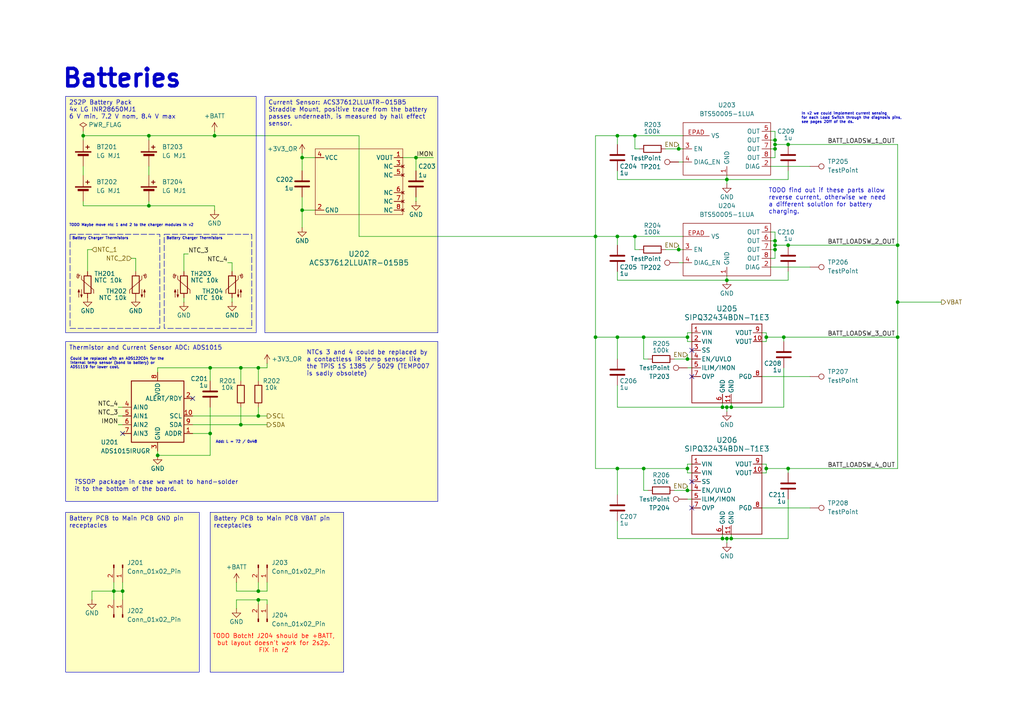
<source format=kicad_sch>
(kicad_sch (version 20250114) (generator "eeschema") (generator_version "9.0")
  (paper "A4")
  (title_block (title "bac EPS v1") (date "2024-09-30") (rev "1") (company "Build a CubeSat") (comment 1 "Manuel Imboden") (comment 2 "CC BY-SA 4.0") (comment 3 "https://buildacubesat.space"))
  (lib_symbols
    (symbol "Analog_ADC:ADS1015IDGS"
      (property "Reference" "U" (at 2.54 13.97 0))
      (property "Value" "ADS1015IDGS" (at 7.62 11.43 0))
      (symbol "ADS1015IDGS_0_1"
        (rectangle (start -7.62 10.16) (end 7.62 -7.62) (stroke (width 0.254)) (fill (type background)))
      )
      (symbol "ADS1015IDGS_1_1"
        (pin input line (at -10.16 2.54 0) (length 2.54) (name "AIN0") (number "4"))
        (pin input line (at -10.16 0 0) (length 2.54) (name "AIN1") (number "5"))
        (pin input line (at -10.16 -2.54 0) (length 2.54) (name "AIN2") (number "6"))
        (pin input line (at -10.16 -5.08 0) (length 2.54) (name "AIN3") (number "7"))
        (pin power_in line (at 0 12.7 270) (length 2.54) (name "VDD") (number "8"))
        (pin power_in line (at 0 -10.16 90) (length 2.54) (name "GND") (number "3"))
        (pin output line (at 10.16 5.08 180) (length 2.54) (name "ALERT/RDY") (number "2"))
        (pin input line (at 10.16 0 180) (length 2.54) (name "SCL") (number "10"))
        (pin bidirectional line (at 10.16 -2.54 180) (length 2.54) (name "SDA") (number "9"))
        (pin input line (at 10.16 -5.08 180) (length 2.54) (name "ADDR") (number "1"))
      )
    )
    (symbol "Connector:Conn_01x02_Pin" (pin_names (offset 1.016) (hide yes))
      (property "Reference" "J" (at 0 2.54 0))
      (property "Value" "Conn_01x02_Pin" (at 0 -5.08 0))
      (symbol "Conn_01x02_Pin_1_1"
        (rectangle (start 0.8636 0.127) (end 0 -0.127) (stroke (width 0.1524)) (fill (type outline)))
        (rectangle (start 0.8636 -2.413) (end 0 -2.667) (stroke (width 0.1524)) (fill (type outline)))
        (polyline (pts (xy 1.27 0) (xy 0.8636 0)) (stroke (width 0.1524)))
        (polyline (pts (xy 1.27 -2.54) (xy 0.8636 -2.54)) (stroke (width 0.1524)))
        (pin passive line (at 5.08 0 180) (length 3.81) (name "Pin_1") (number "1"))
        (pin passive line (at 5.08 -2.54 180) (length 3.81) (name "Pin_2") (number "2"))
      )
    )
    (symbol "Connector:TestPoint" (pin_numbers (hide yes)) (pin_names (offset 0.762) (hide yes))
      (property "Reference" "TP" (at 0 6.858 0))
      (property "Value" "TestPoint" (at 0 5.08 0))
      (symbol "TestPoint_0_1"
        (circle (center 0 3.302) (radius 0.762))
      )
      (symbol "TestPoint_1_1"
        (pin passive line (at 0 0 90) (length 2.54) (name "1") (number "1"))
      )
    )
    (symbol "Device:Battery_Cell" (pin_numbers (hide yes)) (pin_names (offset 0) (hide yes))
      (property "Reference" "BT" (at 2.54 2.54 0))
      (property "Value" "Battery_Cell" (at 2.54 0 0))
      (symbol "Battery_Cell_0_1"
        (rectangle (start -2.286 1.778) (end 2.286 1.524) (fill (type outline)))
        (rectangle (start -1.524 1.016) (end 1.524 0.508) (fill (type outline)))
        (polyline (pts (xy 0 1.778) (xy 0 2.54)))
        (polyline (pts (xy 0 0.762) (xy 0 0)))
        (polyline (pts (xy 0.762 3.048) (xy 1.778 3.048)) (stroke (width 0.254)))
        (polyline (pts (xy 1.27 3.556) (xy 1.27 2.54)) (stroke (width 0.254)))
      )
      (symbol "Battery_Cell_1_1"
        (pin passive line (at 0 5.08 270) (length 2.54) (name "+") (number "1"))
        (pin passive line (at 0 -2.54 90) (length 2.54) (name "-") (number "2"))
      )
    )
    (symbol "Device:C" (pin_numbers (hide yes)) (pin_names (offset 0.254))
      (property "Reference" "C" (at 0.635 2.54 0))
      (property "Value" "C" (at 0.635 -2.54 0))
      (symbol "C_0_1"
        (polyline (pts (xy -2.032 0.762) (xy 2.032 0.762)) (stroke (width 0.508)))
        (polyline (pts (xy -2.032 -0.762) (xy 2.032 -0.762)) (stroke (width 0.508)))
      )
      (symbol "C_1_1"
        (pin passive line (at 0 3.81 270) (length 2.794) (name "~") (number "1"))
        (pin passive line (at 0 -3.81 90) (length 2.794) (name "~") (number "2"))
      )
    )
    (symbol "Device:R" (pin_numbers (hide yes)) (pin_names (offset 0))
      (property "Reference" "R" (at 2.032 0 90))
      (property "Value" "R" (at 0 0 90))
      (symbol "R_0_1"
        (rectangle (start -1.016 -2.54) (end 1.016 2.54) (stroke (width 0.254)))
      )
      (symbol "R_1_1"
        (pin passive line (at 0 3.81 270) (length 1.27) (name "~") (number "1"))
        (pin passive line (at 0 -3.81 90) (length 1.27) (name "~") (number "2"))
      )
    )
    (symbol "Device:Thermistor_NTC" (pin_numbers (hide yes)) (pin_names (offset 0))
      (property "Reference" "TH" (at -4.445 0 90))
      (property "Value" "Thermistor_NTC" (at 3.175 0 90))
      (symbol "Thermistor_NTC_0_1"
        (arc (start -3.175 2.413) (mid -3.0506 2.3165) (end -3.048 2.159))
        (arc (start -3.048 2.794) (mid -2.9736 2.9736) (end -2.794 3.048))
        (arc (start -2.794 3.048) (mid -2.6144 2.9736) (end -2.54 2.794))
        (arc (start -2.794 2.54) (mid -2.9736 2.6144) (end -3.048 2.794))
        (arc (start -2.794 1.905) (mid -2.9736 1.9794) (end -3.048 2.159))
        (arc (start -2.54 2.159) (mid -2.6144 1.9794) (end -2.794 1.905))
        (arc (start -2.159 2.794) (mid -2.434 2.5608) (end -2.794 2.54))
        (polyline (pts (xy -2.54 2.159) (xy -2.54 2.794)))
        (polyline (pts (xy -2.54 -3.683) (xy -2.54 -1.397) (xy -2.794 -2.159) (xy -2.286 -2.159) (xy -2.54 -1.397) (xy -2.54 -1.651)) (fill (type outline)))
        (polyline (pts (xy -1.778 2.54) (xy -1.778 1.524) (xy 1.778 -1.524) (xy 1.778 -2.54)))
        (polyline (pts (xy -1.778 -1.397) (xy -1.778 -3.683) (xy -2.032 -2.921) (xy -1.524 -2.921) (xy -1.778 -3.683) (xy -1.778 -3.429)) (fill (type outline)))
        (rectangle (start -1.016 2.54) (end 1.016 -2.54) (stroke (width 0.254)))
      )
      (symbol "Thermistor_NTC_1_1"
        (pin passive line (at 0 3.81 270) (length 1.27) (name "~") (number "1"))
        (pin passive line (at 0 -3.81 90) (length 1.27) (name "~") (number "2"))
      )
    )
    (symbol "bac EPS v1:+3V3_OR" (power) (pin_numbers (hide yes)) (pin_names (offset 0) (hide yes))
      (property "Value" "+3V3_OR" (at -5.334 1.016 0))
      (symbol "+3V3_OR_0_1"
        (polyline (pts (xy -0.762 1.27) (xy 0 2.54)))
        (polyline (pts (xy 0 2.54) (xy 0.762 1.27)))
        (polyline (pts (xy 0 0) (xy 0 2.54)))
      )
      (symbol "+3V3_OR_1_1"
        (pin power_in line (at 0 0 90) (length 0) (name "~") (number "1"))
      )
    )
    (symbol "bac EPS v1:AL ACS37612LLUATR-015B5" (pin_names (offset 0.254))
      (property "Reference" "U" (at 0 13.97 0))
      (property "Value" "ACS37612LLUATR-015B5" (at 0 11.43 0))
      (symbol "AL ACS37612LLUATR-015B5_0_1"
        (polyline (pts (xy -12.7 10.16) (xy -12.7 -8.89)) (stroke (width 0.127)))
        (polyline (pts (xy -12.7 -8.89) (xy 12.7 -8.89)) (stroke (width 0.127)))
        (polyline (pts (xy 12.7 10.16) (xy -12.7 10.16)) (stroke (width 0.127)))
        (polyline (pts (xy 12.7 -8.89) (xy 12.7 10.16)) (stroke (width 0.127)))
        (pin power_in line (at -12.7 7.62 0) (length 2.54) (name "VCC") (number "4"))
        (pin power_in line (at -12.7 -7.62 0) (length 2.54) (name "GND") (number "2"))
        (pin output line (at 12.7 7.62 180) (length 2.54) (name "VOUT") (number "1"))
        (pin no_connect line (at 12.7 5.08 180) (length 2.54) (name "NC") (number "3"))
        (pin no_connect line (at 12.7 2.54 180) (length 2.54) (name "NC") (number "5"))
        (pin no_connect line (at 12.7 -2.54 180) (length 2.54) (name "NC") (number "6"))
        (pin no_connect line (at 12.7 -5.08 180) (length 2.54) (name "NC") (number "7"))
        (pin no_connect line (at 12.7 -7.62 180) (length 2.54) (name "NC") (number "8"))
      )
    )
    (symbol "bac EPS v1:INF BTS50005-1LUA"
      (property "Reference" "U" (at 0 11.43 0))
      (property "Value" "Infineon BTS50005-1LUA" (at 0.254 9.144 0))
      (symbol "INF BTS50005-1LUA_0_1"
        (rectangle (start -12.7 7.62) (end 12.7 -7.62))
      )
      (symbol "INF BTS50005-1LUA_1_1"
        (pin power_in line (at -12.7 3.81 0) (length 7.62) (name "VS") (number "EPAD"))
        (pin input line (at -12.7 0 0) (length 2.54) (name "EN") (number "3"))
        (pin input line (at -12.7 -3.81 0) (length 2.54) (name "DIAG_EN") (number "4"))
        (pin power_in line (at 0 -7.62 90) (length 2.54) (name "GND") (number "1"))
        (pin passive line (at 12.7 5.08 180) (length 2.54) (name "OUT") (number "5"))
        (pin passive line (at 12.7 2.54 180) (length 2.54) (name "OUT") (number "6"))
        (pin passive line (at 12.7 0 180) (length 2.54) (name "OUT") (number "7"))
        (pin passive line (at 12.7 -2.54 180) (length 2.54) (name "OUT") (number "8"))
        (pin output line (at 12.7 -5.08 180) (length 2.54) (name "DIAG") (number "2"))
      )
    )
    (symbol "bac EPS v1:VIS SIPQ32434BDN-T1E3" (pin_names (offset 0.254))
      (property "Reference" "U" (at 0 16.51 0))
      (property "Value" "VIS SIPQ32434BDN-T1E3" (at 0 13.97 0))
      (symbol "VIS SIPQ32434BDN-T1E3_0_1"
        (polyline (pts (xy -10.16 11.43) (xy -10.16 -11.43)) (stroke (width 0.2032)))
        (polyline (pts (xy -10.16 -11.43) (xy 10.16 -11.43)) (stroke (width 0.2032)))
        (polyline (pts (xy 10.16 11.43) (xy -10.16 11.43)) (stroke (width 0.2032)))
        (polyline (pts (xy 10.16 -11.43) (xy 10.16 11.43)) (stroke (width 0.2032)))
        (pin power_in line (at -10.16 8.89 0) (length 2.54) (name "VIN") (number "1"))
        (pin power_in line (at -10.16 6.35 0) (length 2.54) (name "VIN") (number "2"))
        (pin input line (at -10.16 3.81 0) (length 2.54) (name "SS") (number "3"))
        (pin input line (at -10.16 1.27 0) (length 2.54) (name "EN/UVLO") (number "4"))
        (pin input line (at -10.16 -1.27 0) (length 2.54) (name "ILIM/IMON") (number "5"))
        (pin input line (at -10.16 -3.81 0) (length 2.54) (name "OVP") (number "7"))
        (pin power_in line (at -1.27 -11.43 90) (length 2.54) (name "GND") (number "6"))
        (pin power_in line (at 1.27 -11.43 90) (length 2.54) (name "GND") (number "11"))
        (pin passive line (at 10.16 6.35 180) (length 2.54) (name "VOUT") (number "10"))
        (pin output line (at 10.16 -3.81 180) (length 2.54) (name "PGD") (number "8"))
      )
      (symbol "VIS SIPQ32434BDN-T1E3_1_1"
        (pin passive line (at 10.16 8.89 180) (length 2.54) (name "VOUT") (number "9"))
      )
    )
    (symbol "power:+BATT" (power) (pin_numbers (hide yes)) (pin_names (offset 0) (hide yes))
      (property "Value" "+BATT" (at 0 3.556 0))
      (symbol "+BATT_0_1"
        (polyline (pts (xy -0.762 1.27) (xy 0 2.54)))
        (polyline (pts (xy 0 2.54) (xy 0.762 1.27)))
        (polyline (pts (xy 0 0) (xy 0 2.54)))
      )
      (symbol "+BATT_1_1"
        (pin power_in line (at 0 0 90) (length 0) (name "~") (number "1"))
      )
    )
    (symbol "power:GND" (power) (pin_numbers (hide yes)) (pin_names (offset 0) (hide yes))
      (property "Value" "GND" (at 0 -3.81 0))
      (symbol "GND_0_1"
        (polyline (pts (xy 0 0) (xy 0 -1.27) (xy 1.27 -1.27) (xy 0 -2.54) (xy -1.27 -1.27) (xy 0 -1.27)))
      )
      (symbol "GND_1_1"
        (pin power_in line (at 0 0 270) (length 0) (name "~") (number "1"))
      )
    )
    (symbol "power:PWR_FLAG" (power) (pin_numbers (hide yes)) (pin_names (offset 0) (hide yes))
      (property "Value" "PWR_FLAG" (at 0 3.81 0))
      (symbol "PWR_FLAG_0_0"
        (pin power_out line (at 0 0 90) (length 0) (name "~") (number "1"))
      )
      (symbol "PWR_FLAG_0_1"
        (polyline (pts (xy 0 0) (xy 0 1.27) (xy -1.016 1.905) (xy 0 2.54) (xy 1.016 1.905) (xy 0 1.27)))
      )
    )
  )
  (text "NTCs 3 and 4 could be replaced by\na contactless IR temp sensor like\nthe TPiS 1S 1385 / 5029 (TEMP007\nis sadly obsolete)" (at 88.9 105.41 0) (effects (font (size 1.27 1.27)) (justify left)))
  (text "Batteries\n" (at 17.78 22.86 0) (effects (font (size 5.08 5.08) (thickness 1.016) (bold yes)) (justify left)))
  (text "Could be replaced with an ADS122C04 for the\ninternal temp sensor (bond to battery) or\nADS1119 for lower cost." (at 20.32 105.41 0) (effects (font (size 0.762 0.762)) (justify left)))
  (text "In v2 we could implement current sensing\nfor each Load Switch through the diagnosis pins,\nsee pages 20ff of the ds." (at 232.41 34.29 0) (effects (font (size 0.762 0.762)) (justify left)))
  (text "Add: L = 72 / 0x48" (at 68.58 128.27 0) (effects (font (size 0.762 0.762))))
  (text "TODO Botch! J204 should be +BATT,\nbut layout doesn't work for 2s2p.\nFIX in r2" (at 79.375 186.69 0) (effects (font (size 1.27 1.27))))
  (text "TSSOP package in case we wnat to hand-solder\nit to the bottom of the board." (at 21.59 140.97 0) (effects (font (size 1.27 1.27)) (justify left)))
  (text "TODO find out if these parts allow\nreverse current, otherwise we need \na different solution for battery\ncharging." (at 222.885 58.42 0) (effects (font (size 1.27 1.27)) (justify left)))
  (text "TODO Maybe move ntc 1 and 2 to the charger modules in v2" (at 38.1 65.405 0) (effects (font (size 0.762 0.762))))
  (text_box "Battery PCB to Main PCB GND pin receptacles" (at 19.05 148.59 0) (size 38.735 46.355) (margins 0.9525 0.9525 0.9525 0.9525) (fill (type color) (color 255 255 194 1)) (effects (font (size 1.27 1.27)) (justify left top)))
  (text_box "Thermistor and Current Sensor ADC: ADS1015" (at 19.05 99.06 0) (size 107.95 46.355) (margins 0.9525 0.9525 0.9525 0.9525) (fill (type color) (color 255 255 194 1)) (effects (font (size 1.27 1.27)) (justify left top)))
  (text_box "Battery Charger Thermistors" (at 20.32 67.945 0) (size 26.035 27.305) (margins 0.5715 0.5715 0.5715 0.5715) (stroke (width 0) (type dash)) (effects (font (size 0.762 0.762)) (justify left top)))
  (text_box "Battery PCB to Main PCB VBAT pin receptacles" (at 60.96 148.59 0) (size 38.735 46.355) (margins 0.9525 0.9525 0.9525 0.9525) (fill (type color) (color 255 255 194 1)) (effects (font (size 1.27 1.27)) (justify left top)))
  (text_box "Battery Charger Thermistors" (at 47.625 67.945 0) (size 25.4 27.305) (margins 0.5715 0.5715 0.5715 0.5715) (stroke (width 0) (type dash)) (effects (font (size 0.762 0.762)) (justify left top)))
  (text_box "2S2P Battery Pack\n4x LG INR28650MJ1\n6 V min, 7.2 V nom, 8.4 V max" (at 19.05 27.94 0) (size 55.245 68.58) (margins 0.9525 0.9525 0.9525 0.9525) (fill (type color) (color 255 255 194 1)) (effects (font (size 1.27 1.27)) (justify left top)))
  (text_box "Current Sensor: ACS37612LLUATR-015B5\nStraddle Mount, positive trace from the battery passes underneath, is measured by hall effect sensor." (at 76.835 27.94 0) (size 50.165 68.58) (margins 0.9525 0.9525 0.9525 0.9525) (fill (type color) (color 255 255 194 1)) (effects (font (size 1.27 1.27)) (justify left top)))
  (junction (at 228.6 41.91))
  (junction (at 224.79 69.85))
  (junction (at 228.6 71.12))
  (junction (at 199.39 97.79))
  (junction (at 212.09 156.21))
  (junction (at 210.82 52.07))
  (junction (at 87.63 45.72))
  (junction (at 43.18 59.69))
  (junction (at 199.39 104.14))
  (junction (at 186.69 135.89))
  (junction (at 69.85 106.68))
  (junction (at 74.93 120.65))
  (junction (at 210.82 156.21))
  (junction (at 179.07 39.37))
  (junction (at 260.35 71.12))
  (junction (at 179.07 97.79))
  (junction (at 199.39 135.89))
  (junction (at 74.93 171.45))
  (junction (at 196.85 43.18))
  (junction (at 199.39 142.24))
  (junction (at 186.69 97.79))
  (junction (at 224.79 40.64))
  (junction (at 210.82 81.28))
  (junction (at 209.55 118.11))
  (junction (at 209.55 156.21))
  (junction (at 62.23 39.37))
  (junction (at 224.79 71.12))
  (junction (at 120.65 45.72))
  (junction (at 172.72 97.79))
  (junction (at 227.33 97.79))
  (junction (at 45.72 132.08))
  (junction (at 43.18 39.37))
  (junction (at 224.79 72.39))
  (junction (at 222.25 135.89))
  (junction (at 74.93 173.99))
  (junction (at 224.79 43.18))
  (junction (at 184.15 39.37))
  (junction (at 172.72 68.58))
  (junction (at 35.56 171.45))
  (junction (at 210.82 118.11))
  (junction (at 212.09 118.11))
  (junction (at 69.85 123.19))
  (junction (at 179.07 135.89))
  (junction (at 196.85 72.39))
  (junction (at 184.15 68.58))
  (junction (at 260.35 97.79))
  (junction (at 260.35 87.63))
  (junction (at 228.6 135.89))
  (junction (at 60.96 125.73))
  (junction (at 60.96 106.68))
  (junction (at 24.13 39.37))
  (junction (at 224.79 41.91))
  (junction (at 74.93 106.68))
  (junction (at 222.25 97.79))
  (junction (at 87.63 60.96))
  (junction (at 33.02 171.45))
  (junction (at 179.07 68.58))
  (no_connect (at 55.88 115.57))
  (no_connect (at 200.66 139.7))
  (no_connect (at 200.66 109.22))
  (no_connect (at 200.66 147.32))
  (no_connect (at 35.56 125.73))
  (no_connect (at 200.66 101.6))
  (wire (pts (xy 212.09 154.94) (xy 212.09 156.21)))
  (wire (pts (xy 45.72 132.08) (xy 60.96 132.08)))
  (wire (pts (xy 196.85 72.39) (xy 198.12 72.39)))
  (wire (pts (xy 179.07 39.37) (xy 172.72 39.37)))
  (wire (pts (xy 87.63 60.96) (xy 87.63 66.04)))
  (wire (pts (xy 68.58 173.99) (xy 74.93 173.99)))
  (wire (pts (xy 193.04 43.18) (xy 196.85 43.18)))
  (wire (pts (xy 179.07 52.07) (xy 210.82 52.07)))
  (wire (pts (xy 196.85 43.18) (xy 198.12 43.18)))
  (wire (pts (xy 35.56 168.91) (xy 35.56 171.45)))
  (wire (pts (xy 222.25 96.52) (xy 222.25 97.79)))
  (wire (pts (xy 228.6 81.28) (xy 228.6 78.74)))
  (wire (pts (xy 228.6 71.12) (xy 260.35 71.12)))
  (wire (pts (xy 195.58 142.24) (xy 199.39 142.24)))
  (wire (pts (xy 184.15 72.39) (xy 185.42 72.39)))
  (wire (pts (xy 69.85 123.19) (xy 77.47 123.19)))
  (wire (pts (xy 87.63 57.15) (xy 87.63 60.96)))
  (wire (pts (xy 222.25 135.89) (xy 222.25 137.16)))
  (wire (pts (xy 69.85 106.68) (xy 74.93 106.68)))
  (wire (pts (xy 179.07 97.79) (xy 186.69 97.79)))
  (wire (pts (xy 224.79 40.64) (xy 224.79 41.91)))
  (wire (pts (xy 68.58 176.53) (xy 68.58 173.99)))
  (wire (pts (xy 228.6 135.89) (xy 228.6 137.16)))
  (wire (pts (xy 200.66 134.62) (xy 199.39 134.62)))
  (wire (pts (xy 24.13 59.69) (xy 43.18 59.69)))
  (wire (pts (xy 77.47 175.26) (xy 77.47 173.99)))
  (wire (pts (xy 179.07 111.76) (xy 179.07 118.11)))
  (wire (pts (xy 172.72 68.58) (xy 172.72 97.79)))
  (wire (pts (xy 62.23 59.69) (xy 43.18 59.69)))
  (wire (pts (xy 186.69 97.79) (xy 186.69 104.14)))
  (wire (pts (xy 186.69 97.79) (xy 199.39 97.79)))
  (wire (pts (xy 199.39 137.16) (xy 200.66 137.16)))
  (wire (pts (xy 179.07 68.58) (xy 179.07 71.12)))
  (wire (pts (xy 179.07 118.11) (xy 209.55 118.11)))
  (wire (pts (xy 24.13 38.1) (xy 24.13 39.37)))
  (wire (pts (xy 179.07 78.74) (xy 179.07 81.28)))
  (wire (pts (xy 172.72 97.79) (xy 172.72 135.89)))
  (wire (pts (xy 210.82 118.11) (xy 209.55 118.11)))
  (wire (pts (xy 199.39 97.79) (xy 199.39 99.06)))
  (wire (pts (xy 179.07 135.89) (xy 186.69 135.89)))
  (wire (pts (xy 199.39 106.68) (xy 200.66 106.68)))
  (wire (pts (xy 62.23 59.69) (xy 62.23 60.96)))
  (wire (pts (xy 195.58 104.14) (xy 199.39 104.14)))
  (wire (pts (xy 179.07 39.37) (xy 179.07 41.91)))
  (wire (pts (xy 43.18 39.37) (xy 62.23 39.37)))
  (wire (pts (xy 26.67 171.45) (xy 26.67 173.99)))
  (wire (pts (xy 77.47 173.99) (xy 74.93 173.99)))
  (wire (pts (xy 74.93 171.45) (xy 77.47 171.45)))
  (wire (pts (xy 212.09 116.84) (xy 212.09 118.11)))
  (wire (pts (xy 35.56 171.45) (xy 35.56 173.99)))
  (wire (pts (xy 199.39 96.52) (xy 199.39 97.79)))
  (wire (pts (xy 179.07 151.13) (xy 179.07 156.21)))
  (wire (pts (xy 33.02 171.45) (xy 35.56 171.45)))
  (wire (pts (xy 222.25 97.79) (xy 227.33 97.79)))
  (wire (pts (xy 193.04 72.39) (xy 196.85 72.39)))
  (wire (pts (xy 228.6 156.21) (xy 228.6 144.78)))
  (wire (pts (xy 172.72 39.37) (xy 172.72 68.58)))
  (wire (pts (xy 212.09 118.11) (xy 227.33 118.11)))
  (wire (pts (xy 210.82 53.34) (xy 210.82 52.07)))
  (wire (pts (xy 227.33 97.79) (xy 227.33 99.06)))
  (wire (pts (xy 62.23 39.37) (xy 104.14 39.37)))
  (wire (pts (xy 223.52 72.39) (xy 224.79 72.39)))
  (wire (pts (xy 39.37 74.93) (xy 39.37 78.74)))
  (wire (pts (xy 45.72 106.68) (xy 60.96 106.68)))
  (wire (pts (xy 87.63 60.96) (xy 91.44 60.96)))
  (wire (pts (xy 186.69 135.89) (xy 199.39 135.89)))
  (wire (pts (xy 260.35 97.79) (xy 260.35 135.89)))
  (wire (pts (xy 199.39 102.87) (xy 199.39 104.14)))
  (wire (pts (xy 74.93 106.68) (xy 77.47 106.68)))
  (wire (pts (xy 222.25 97.79) (xy 222.25 99.06)))
  (wire (pts (xy 196.85 41.91) (xy 196.85 43.18)))
  (wire (pts (xy 222.25 137.16) (xy 220.98 137.16)))
  (wire (pts (xy 74.93 173.99) (xy 74.93 175.26)))
  (wire (pts (xy 34.29 118.11) (xy 35.56 118.11)))
  (wire (pts (xy 220.98 109.22) (xy 234.95 109.22)))
  (wire (pts (xy 62.23 38.1) (xy 62.23 39.37)))
  (wire (pts (xy 45.72 132.08) (xy 45.72 130.81)))
  (wire (pts (xy 38.1 74.93) (xy 39.37 74.93)))
  (wire (pts (xy 25.4 78.74) (xy 25.4 72.39)))
  (wire (pts (xy 220.98 147.32) (xy 234.95 147.32)))
  (wire (pts (xy 116.84 45.72) (xy 120.65 45.72)))
  (wire (pts (xy 224.79 41.91) (xy 224.79 43.18)))
  (wire (pts (xy 172.72 135.89) (xy 179.07 135.89)))
  (wire (pts (xy 120.65 45.72) (xy 120.65 49.53)))
  (wire (pts (xy 179.07 39.37) (xy 184.15 39.37)))
  (wire (pts (xy 53.34 78.74) (xy 53.34 73.66)))
  (wire (pts (xy 210.82 81.28) (xy 228.6 81.28)))
  (wire (pts (xy 74.93 171.45) (xy 68.58 171.45)))
  (wire (pts (xy 184.15 68.58) (xy 184.15 72.39)))
  (wire (pts (xy 196.85 46.99) (xy 198.12 46.99)))
  (wire (pts (xy 199.39 142.24) (xy 200.66 142.24)))
  (wire (pts (xy 179.07 135.89) (xy 179.07 143.51)))
  (wire (pts (xy 24.13 59.69) (xy 24.13 58.42)))
  (wire (pts (xy 227.33 97.79) (xy 260.35 97.79)))
  (wire (pts (xy 224.79 72.39) (xy 224.79 74.93)))
  (wire (pts (xy 179.07 81.28) (xy 210.82 81.28)))
  (wire (pts (xy 224.79 43.18) (xy 224.79 45.72)))
  (wire (pts (xy 45.72 106.68) (xy 45.72 107.95)))
  (wire (pts (xy 60.96 118.11) (xy 60.96 125.73)))
  (wire (pts (xy 69.85 106.68) (xy 69.85 110.49)))
  (wire (pts (xy 260.35 87.63) (xy 260.35 97.79)))
  (wire (pts (xy 184.15 43.18) (xy 185.42 43.18)))
  (wire (pts (xy 227.33 118.11) (xy 227.33 106.68)))
  (wire (pts (xy 224.79 45.72) (xy 223.52 45.72)))
  (wire (pts (xy 196.85 71.12) (xy 196.85 72.39)))
  (wire (pts (xy 179.07 49.53) (xy 179.07 52.07)))
  (wire (pts (xy 74.93 168.91) (xy 74.93 171.45)))
  (wire (pts (xy 179.07 68.58) (xy 184.15 68.58)))
  (wire (pts (xy 104.14 39.37) (xy 104.14 68.58)))
  (wire (pts (xy 24.13 39.37) (xy 24.13 40.64)))
  (wire (pts (xy 210.82 118.11) (xy 210.82 119.38)))
  (wire (pts (xy 74.93 118.11) (xy 74.93 120.65)))
  (wire (pts (xy 228.6 135.89) (xy 260.35 135.89)))
  (wire (pts (xy 260.35 87.63) (xy 273.05 87.63)))
  (wire (pts (xy 223.52 40.64) (xy 224.79 40.64)))
  (wire (pts (xy 210.82 52.07) (xy 210.82 50.8)))
  (wire (pts (xy 43.18 39.37) (xy 43.18 40.64)))
  (wire (pts (xy 53.34 73.66) (xy 54.61 73.66)))
  (wire (pts (xy 199.39 144.78) (xy 200.66 144.78)))
  (wire (pts (xy 220.98 96.52) (xy 222.25 96.52)))
  (wire (pts (xy 200.66 96.52) (xy 199.39 96.52)))
  (wire (pts (xy 186.69 135.89) (xy 186.69 142.24)))
  (wire (pts (xy 33.02 168.91) (xy 33.02 171.45)))
  (wire (pts (xy 184.15 68.58) (xy 198.12 68.58)))
  (wire (pts (xy 212.09 156.21) (xy 210.82 156.21)))
  (wire (pts (xy 87.63 45.72) (xy 87.63 49.53)))
  (wire (pts (xy 224.79 71.12) (xy 224.79 72.39)))
  (wire (pts (xy 209.55 154.94) (xy 209.55 156.21)))
  (wire (pts (xy 87.63 44.45) (xy 87.63 45.72)))
  (wire (pts (xy 33.02 171.45) (xy 33.02 173.99)))
  (wire (pts (xy 223.52 43.18) (xy 224.79 43.18)))
  (wire (pts (xy 212.09 156.21) (xy 228.6 156.21)))
  (wire (pts (xy 210.82 52.07) (xy 228.6 52.07)))
  (wire (pts (xy 199.39 99.06) (xy 200.66 99.06)))
  (wire (pts (xy 184.15 39.37) (xy 184.15 43.18)))
  (wire (pts (xy 199.39 104.14) (xy 200.66 104.14)))
  (wire (pts (xy 25.4 72.39) (xy 26.67 72.39)))
  (wire (pts (xy 60.96 106.68) (xy 69.85 106.68)))
  (wire (pts (xy 223.52 67.31) (xy 224.79 67.31)))
  (wire (pts (xy 104.14 68.58) (xy 172.72 68.58)))
  (wire (pts (xy 55.88 125.73) (xy 60.96 125.73)))
  (wire (pts (xy 224.79 38.1) (xy 224.79 40.64)))
  (wire (pts (xy 55.88 123.19) (xy 69.85 123.19)))
  (wire (pts (xy 210.82 156.21) (xy 210.82 157.48)))
  (wire (pts (xy 172.72 97.79) (xy 179.07 97.79)))
  (wire (pts (xy 222.25 134.62) (xy 222.25 135.89)))
  (wire (pts (xy 223.52 69.85) (xy 224.79 69.85)))
  (wire (pts (xy 60.96 125.73) (xy 60.96 132.08)))
  (wire (pts (xy 34.29 123.19) (xy 35.56 123.19)))
  (wire (pts (xy 196.85 76.2) (xy 198.12 76.2)))
  (wire (pts (xy 120.65 58.42) (xy 120.65 57.15)))
  (wire (pts (xy 34.29 120.65) (xy 35.56 120.65)))
  (wire (pts (xy 220.98 134.62) (xy 222.25 134.62)))
  (wire (pts (xy 260.35 41.91) (xy 260.35 71.12)))
  (wire (pts (xy 67.31 87.63) (xy 67.31 86.36)))
  (wire (pts (xy 60.96 106.68) (xy 60.96 110.49)))
  (wire (pts (xy 120.65 45.72) (xy 125.73 45.72)))
  (wire (pts (xy 199.39 134.62) (xy 199.39 135.89)))
  (wire (pts (xy 224.79 71.12) (xy 228.6 71.12)))
  (wire (pts (xy 77.47 168.91) (xy 77.47 171.45)))
  (wire (pts (xy 199.39 140.97) (xy 199.39 142.24)))
  (wire (pts (xy 187.96 104.14) (xy 186.69 104.14)))
  (wire (pts (xy 224.79 41.91) (xy 228.6 41.91)))
  (wire (pts (xy 55.88 120.65) (xy 74.93 120.65)))
  (wire (pts (xy 69.85 118.11) (xy 69.85 123.19)))
  (wire (pts (xy 223.52 38.1) (xy 224.79 38.1)))
  (wire (pts (xy 179.07 97.79) (xy 179.07 104.14)))
  (wire (pts (xy 179.07 156.21) (xy 209.55 156.21)))
  (wire (pts (xy 53.34 87.63) (xy 53.34 86.36)))
  (wire (pts (xy 222.25 135.89) (xy 228.6 135.89)))
  (wire (pts (xy 224.79 74.93) (xy 223.52 74.93)))
  (wire (pts (xy 67.31 76.2) (xy 67.31 78.74)))
  (wire (pts (xy 66.04 76.2) (xy 67.31 76.2)))
  (wire (pts (xy 199.39 135.89) (xy 199.39 137.16)))
  (wire (pts (xy 209.55 116.84) (xy 209.55 118.11)))
  (wire (pts (xy 24.13 48.26) (xy 24.13 50.8)))
  (wire (pts (xy 77.47 106.68) (xy 77.47 105.41)))
  (wire (pts (xy 33.02 171.45) (xy 26.67 171.45)))
  (wire (pts (xy 228.6 41.91) (xy 260.35 41.91)))
  (wire (pts (xy 224.79 69.85) (xy 224.79 71.12)))
  (wire (pts (xy 74.93 106.68) (xy 74.93 110.49)))
  (wire (pts (xy 260.35 71.12) (xy 260.35 87.63)))
  (wire (pts (xy 209.55 156.21) (xy 210.82 156.21)))
  (wire (pts (xy 223.52 48.26) (xy 234.95 48.26)))
  (wire (pts (xy 210.82 81.28) (xy 210.82 80.01)))
  (wire (pts (xy 210.82 118.11) (xy 212.09 118.11)))
  (wire (pts (xy 228.6 52.07) (xy 228.6 49.53)))
  (wire (pts (xy 223.52 77.47) (xy 234.95 77.47)))
  (wire (pts (xy 74.93 120.65) (xy 77.47 120.65)))
  (wire (pts (xy 24.13 39.37) (xy 43.18 39.37)))
  (wire (pts (xy 184.15 39.37) (xy 198.12 39.37)))
  (wire (pts (xy 43.18 59.69) (xy 43.18 58.42)))
  (wire (pts (xy 43.18 48.26) (xy 43.18 50.8)))
  (wire (pts (xy 172.72 68.58) (xy 179.07 68.58)))
  (wire (pts (xy 91.44 45.72) (xy 87.63 45.72)))
  (wire (pts (xy 187.96 142.24) (xy 186.69 142.24)))
  (wire (pts (xy 68.58 168.91) (xy 68.58 171.45)))
  (wire (pts (xy 224.79 67.31) (xy 224.79 69.85)))
  (wire (pts (xy 222.25 99.06) (xy 220.98 99.06)))
  (label "NTC_4" (at 34.29 118.11 180))
  (label "NTC_3" (at 54.61 73.66 0))
  (label "BATT_LOADSW_2_OUT" (at 240.03 71.12 0))
  (label "BATT_LOADSW_3_OUT" (at 240.03 97.79 0))
  (label "NTC_3" (at 34.29 120.65 180))
  (label "BATT_LOADSW_4_OUT" (at 240.03 135.89 0))
  (label "IMON" (at 34.29 123.19 180))
  (label "NTC_4" (at 66.04 76.2 180))
  (label "BATT_LOADSW_1_OUT" (at 240.03 41.91 0))
  (label "IMON" (at 125.73 45.72 180))
  (hierarchical_label "VBAT" (shape output) (at 273.05 87.63 0))
  (hierarchical_label "SCL" (shape output) (at 77.47 120.65 0))
  (hierarchical_label "EN" (shape input) (at 199.39 102.87 180))
  (hierarchical_label "EN" (shape input) (at 196.85 41.91 180))
  (hierarchical_label "EN" (shape input) (at 199.39 140.97 180))
  (hierarchical_label "SDA" (shape output) (at 77.47 123.19 0))
  (hierarchical_label "NTC_1" (shape input) (at 26.67 72.39 0))
  (hierarchical_label "EN" (shape input) (at 196.85 71.12 180))
  (hierarchical_label "NTC_2" (shape input) (at 38.1 74.93 180))
  (symbol (lib_id "Connector:Conn_01x02_Pin") (at 77.47 163.83 270) (unit 1)
    (property "Reference" "J203" (at 78.74 163.1949 90) (effects (justify left)))
    (property "Value" "Conn_01x02_Pin" (at 78.74 165.7349 90) (effects (justify left)))
    (property "Footprint" "bac EPS v1:Mill-Max-0630-0-15-15-30-27-10-0-PN-1x02-P2.54" (effects (hide yes)))
    (property "Description" "Generic connector, single row, 01x02, script generated" (effects (hide yes)))
  )
  (symbol (lib_id "Connector:TestPoint") (at 234.95 109.22 270) (unit 1)
    (property "Reference" "TP207" (at 240.03 107.823 90) (effects (justify left)))
    (property "Value" "TestPoint" (at 240.03 110.363 90) (effects (justify left)))
    (property "Footprint" "TestPoint:TestPoint_Pad_D1.0mm" (effects (hide yes)))
    (property "Description" "test point" (effects (hide yes)))
  )
  (symbol (lib_id "bac EPS v1:+3V3_OR") (at 87.63 44.45 0) (unit 1)
    (property "Reference" "#PWR0216" (effects (hide yes)))
    (property "Value" "+3V3_OR" (at 81.915 43.18 0))
    (property "Description" "Power symbol creates a global label with name \"+3V3\"" (effects (hide yes)))
  )
  (symbol (lib_id "power:GND") (at 67.31 87.63 0) (unit 1)
    (property "Reference" "#PWR0208" (effects (hide yes)))
    (property "Value" "GND" (at 67.31 91.44 0))
    (property "Description" "Power symbol creates a global label with name \"GND\" , ground" (effects (hide yes)))
  )
  (symbol (lib_id "power:GND") (at 39.37 86.36 0) (unit 1)
    (property "Reference" "#PWR0203" (effects (hide yes)))
    (property "Value" "GND" (at 39.37 90.17 0))
    (property "Description" "Power symbol creates a global label with name \"GND\" , ground" (effects (hide yes)))
  )
  (symbol (lib_id "bac EPS v1:INF BTS50005-1LUA") (at 210.82 43.18 0) (unit 1)
    (property "Reference" "U203" (at 210.82 30.48 0))
    (property "Value" "BTS50005-1LUA" (at 210.82 33.02 0))
    (property "Footprint" "bac EPS v1:INF-BTS50005-1LUA" (effects (hide yes)))
    (property "Datasheet" "https://www.infineon.com/dgdl/Infineon-BTS50005-1LUA-DataSheet-v01_01-EN.pdf?fileId=8ac78c8c85ecb3470186018c2d330997" (effects (hide yes)))
    (property "Description" "Power PROFET™ + 12V smart high-side power switch" (effects (hide yes)))
  )
  (symbol (lib_id "power:PWR_FLAG") (at 24.13 38.1 0) (unit 1)
    (property "Reference" "#FLG0201" (effects (hide yes)))
    (property "Value" "PWR_FLAG" (at 30.48 36.195 0))
    (property "Description" "Special symbol for telling ERC where power comes from" (effects (hide yes)))
  )
  (symbol (lib_id "power:GND") (at 120.65 58.42 0) (unit 1)
    (property "Reference" "#PWR0211" (effects (hide yes)))
    (property "Value" "GND" (at 120.65 62.23 0))
    (property "Description" "Power symbol creates a global label with name \"GND\" , ground" (effects (hide yes)))
  )
  (symbol (lib_id "bac EPS v1:AL ACS37612LLUATR-015B5") (at 104.14 53.34 0) (unit 1)
    (property "Reference" "U202" (at 104.14 73.66 0) (effects (font (size 1.524 1.524))))
    (property "Value" "ACS37612LLUATR-015B5" (at 104.14 76.2 0) (effects (font (size 1.524 1.524))))
    (property "Footprint" "bac EPS v1:AL-ACS37612LLUATR-010B3" (effects (hide yes)))
    (property "Datasheet" "https://www.allegromicro.com/-/media/files/datasheets/acs37612-datasheet.pdf" (effects (hide yes)))
    (property "Description" "oreless, High Precision, Hall-Effect Current Sensor IC  with Common-Mode Field Rejection and High Bandwidth (240 kHz)" (effects (hide yes)))
  )
  (symbol (lib_id "Device:Thermistor_NTC") (at 25.4 82.55 0) (unit 1)
    (property "Reference" "TH201" (at 27.305 79.375 0) (effects (justify left)))
    (property "Value" "NTC 10k" (at 27.305 81.28 0) (effects (justify left)))
    (property "Footprint" "bac EPS v1:Cantherm-MF52A1103F3380" (effects (hide yes)))
    (property "Description" "Temperature dependent resistor, negative temperature coefficient" (effects (hide yes)))
  )
  (symbol (lib_id "Device:C") (at 87.63 53.34 0) (mirror x) (unit 1)
    (property "Reference" "C202" (at 85.09 52.07 0) (effects (justify right)))
    (property "Value" "1u" (at 85.09 54.61 0) (effects (justify right)))
    (property "Footprint" "Capacitor_SMD:C_0603_1608Metric" (effects (hide yes)))
    (property "Description" "Unpolarized capacitor" (effects (hide yes)))
    (property "Package" "0603" (effects (hide yes)))
    (property "Temperature Coefficient" "X7R" (effects (hide yes)))
    (property "Tolerance" "10%" (effects (hide yes)))
    (property "Rated Voltage" "35V" (effects (hide yes)))
  )
  (symbol (lib_id "Device:C") (at 179.07 74.93 180) (unit 1)
    (property "Reference" "C205" (at 179.705 77.47 0) (effects (justify right)))
    (property "Value" "1u" (at 179.705 79.375 0) (effects (justify right)))
    (property "Footprint" "Capacitor_SMD:C_0603_1608Metric" (effects (hide yes)))
    (property "Description" "Unpolarized capacitor" (effects (hide yes)))
    (property "Package" "0603" (effects (hide yes)))
    (property "Temperature Coefficient" "X7R" (effects (hide yes)))
    (property "Tolerance" "10%" (effects (hide yes)))
    (property "Rated Voltage" "35V" (effects (hide yes)))
  )
  (symbol (lib_id "Device:C") (at 179.07 107.95 180) (unit 1)
    (property "Reference" "C206" (at 179.705 110.49 0) (effects (justify right)))
    (property "Value" "1u" (at 179.705 112.395 0) (effects (justify right)))
    (property "Footprint" "Capacitor_SMD:C_0603_1608Metric" (effects (hide yes)))
    (property "Description" "Unpolarized capacitor" (effects (hide yes)))
    (property "Package" "0603" (effects (hide yes)))
    (property "Temperature Coefficient" "X7R" (effects (hide yes)))
    (property "Tolerance" "10%" (effects (hide yes)))
    (property "Rated Voltage" "35V" (effects (hide yes)))
  )
  (symbol (lib_id "power:GND") (at 26.67 173.99 0) (unit 1)
    (property "Reference" "#PWR0202" (effects (hide yes)))
    (property "Value" "GND" (at 26.67 177.8 0))
    (property "Description" "Power symbol creates a global label with name \"GND\" , ground" (effects (hide yes)))
  )
  (symbol (lib_id "power:GND") (at 25.4 86.36 0) (unit 1)
    (property "Reference" "#PWR0201" (effects (hide yes)))
    (property "Value" "GND" (at 25.4 90.17 0))
    (property "Description" "Power symbol creates a global label with name \"GND\" , ground" (effects (hide yes)))
  )
  (symbol (lib_id "Connector:TestPoint") (at 199.39 106.68 90) (unit 1)
    (property "Reference" "TP203" (at 194.31 109.22 90) (effects (justify left)))
    (property "Value" "TestPoint" (at 194.31 106.68 90) (effects (justify left)))
    (property "Footprint" "TestPoint:TestPoint_Pad_D1.0mm" (effects (hide yes)))
    (property "Description" "test point" (effects (hide yes)))
  )
  (symbol (lib_id "Device:R") (at 191.77 142.24 270) (unit 1)
    (property "Reference" "R206" (at 189.23 137.795 90) (effects (justify left)))
    (property "Value" "100k" (at 189.23 139.7 90) (effects (justify left)))
    (property "Footprint" "Resistor_SMD:R_0603_1608Metric" (effects (hide yes)))
    (property "Description" "Resistor" (effects (hide yes)))
    (property "Package" "0603" (effects (hide yes)))
    (property "Tolerance" "10%" (effects (hide yes)))
    (property "Series" "E12" (effects (hide yes)))
  )
  (symbol (lib_id "power:GND") (at 210.82 119.38 0) (unit 1)
    (property "Reference" "#PWR0214" (effects (hide yes)))
    (property "Value" "GND" (at 210.82 123.19 0))
    (property "Description" "Power symbol creates a global label with name \"GND\" , ground" (effects (hide yes)))
  )
  (symbol (lib_id "power:+BATT") (at 62.23 38.1 0) (unit 1)
    (property "Reference" "#PWR0206" (effects (hide yes)))
    (property "Value" "+BATT" (at 62.23 33.655 0))
    (property "Description" "Power symbol creates a global label with name \"+BATT\"" (effects (hide yes)))
  )
  (symbol (lib_id "Analog_ADC:ADS1015IDGS") (at 45.72 120.65 0) (unit 1)
    (property "Reference" "U201" (at 29.21 128.27 0) (effects (justify left)))
    (property "Value" "ADS1015IRUGR" (at 29.21 130.81 0) (effects (justify left)))
    (property "Footprint" "Package_SO:TSSOP-10_3x3mm_P0.5mm" (effects (hide yes)))
    (property "Datasheet" "http://www.ti.com/lit/ds/symlink/ads1015.pdf" (effects (hide yes)))
    (property "Description" "Ultra-Small, Low-Power, I2C-Compatible, 3.3-kSPS, 12-Bit ADCs With Internal Reference, Oscillator, and Programmable Comparator, VSSOP-10" (effects (hide yes)))
  )
  (symbol (lib_id "Device:R") (at 189.23 43.18 270) (unit 1)
    (property "Reference" "R203" (at 186.69 36.195 90) (effects (justify left)))
    (property "Value" "100k" (at 186.69 38.1 90) (effects (justify left)))
    (property "Footprint" "Resistor_SMD:R_0603_1608Metric" (effects (hide yes)))
    (property "Description" "Resistor" (effects (hide yes)))
    (property "Package" "0603" (effects (hide yes)))
    (property "Tolerance" "10%" (effects (hide yes)))
    (property "Series" "E12" (effects (hide yes)))
  )
  (symbol (lib_id "Device:R") (at 189.23 72.39 270) (unit 1)
    (property "Reference" "R204" (at 186.69 65.405 90) (effects (justify left)))
    (property "Value" "100k" (at 186.69 67.31 90) (effects (justify left)))
    (property "Footprint" "Resistor_SMD:R_0603_1608Metric" (effects (hide yes)))
    (property "Description" "Resistor" (effects (hide yes)))
    (property "Package" "0603" (effects (hide yes)))
    (property "Tolerance" "10%" (effects (hide yes)))
    (property "Series" "E12" (effects (hide yes)))
  )
  (symbol (lib_id "Device:C") (at 228.6 74.93 0) (mirror x) (unit 1)
    (property "Reference" "C210" (at 230.505 67.31 0) (effects (justify right)))
    (property "Value" "1u" (at 229.87 69.215 0) (effects (justify right)))
    (property "Footprint" "Capacitor_SMD:C_0603_1608Metric" (effects (hide yes)))
    (property "Description" "Unpolarized capacitor" (effects (hide yes)))
    (property "Package" "0603" (effects (hide yes)))
    (property "Temperature Coefficient" "X7R" (effects (hide yes)))
    (property "Tolerance" "10%" (effects (hide yes)))
    (property "Rated Voltage" "35V" (effects (hide yes)))
  )
  (symbol (lib_id "Device:Battery_Cell") (at 43.18 45.72 0) (unit 1) (in_bom no) (on_board no)
    (property "Reference" "BT203" (at 46.99 42.6084 0) (effects (justify left)))
    (property "Value" "LG MJ1" (at 46.99 45.1484 0) (effects (justify left)))
    (property "Description" "Single-cell battery" (effects (hide yes)))
    (property "Package" "18650" (effects (hide yes)))
  )
  (symbol (lib_id "power:+BATT") (at 68.58 168.91 0) (unit 1)
    (property "Reference" "#PWR0209" (effects (hide yes)))
    (property "Value" "+BATT" (at 68.58 164.465 0))
    (property "Description" "Power symbol creates a global label with name \"+BATT\"" (effects (hide yes)))
  )
  (symbol (lib_id "Device:C") (at 227.33 102.87 0) (mirror x) (unit 1)
    (property "Reference" "C208" (at 226.695 105.41 0) (effects (justify right)))
    (property "Value" "1u" (at 226.695 107.315 0) (effects (justify right)))
    (property "Footprint" "Capacitor_SMD:C_0603_1608Metric" (effects (hide yes)))
    (property "Description" "Unpolarized capacitor" (effects (hide yes)))
    (property "Package" "0603" (effects (hide yes)))
    (property "Temperature Coefficient" "X7R" (effects (hide yes)))
    (property "Tolerance" "10%" (effects (hide yes)))
    (property "Rated Voltage" "35V" (effects (hide yes)))
  )
  (symbol (lib_id "Device:Thermistor_NTC") (at 67.31 82.55 0) (mirror y) (unit 1)
    (property "Reference" "TH204" (at 64.77 84.455 0) (effects (justify left)))
    (property "Value" "NTC 10k" (at 64.77 86.36 0) (effects (justify left)))
    (property "Footprint" "bac EPS v1:Cantherm-MF52A1103F3380" (effects (hide yes)))
    (property "Description" "Temperature dependent resistor, negative temperature coefficient" (effects (hide yes)))
  )
  (symbol (lib_id "Device:C") (at 228.6 45.72 0) (mirror x) (unit 1)
    (property "Reference" "C209" (at 230.505 38.1 0) (effects (justify right)))
    (property "Value" "1u" (at 229.87 40.005 0) (effects (justify right)))
    (property "Footprint" "Capacitor_SMD:C_0603_1608Metric" (effects (hide yes)))
    (property "Description" "Unpolarized capacitor" (effects (hide yes)))
    (property "Package" "0603" (effects (hide yes)))
    (property "Temperature Coefficient" "X7R" (effects (hide yes)))
    (property "Tolerance" "10%" (effects (hide yes)))
    (property "Rated Voltage" "35V" (effects (hide yes)))
  )
  (symbol (lib_id "bac EPS v1:VIS SIPQ32434BDN-T1E3") (at 210.82 143.51 0) (unit 1)
    (property "Reference" "U206" (at 210.82 127.635 0) (effects (font (size 1.524 1.524))))
    (property "Value" "SIPQ32434BDN-T1E3" (at 210.82 130.175 0) (effects (font (size 1.524 1.524))))
    (property "Footprint" "bac EPS v1:VIS-SIPQ32434BDN-T1E3" (effects (hide yes)))
    (property "Datasheet" "https://www.vishay.com/docs/62036/sipq32434.pdf" (effects (hide yes)))
    (property "Description" "6 A, 33 m, 2.8 V to 22 V eFuse With Accurate Current Limit and Programmable OVP" (effects (hide yes)))
  )
  (symbol (lib_id "Device:R") (at 191.77 104.14 270) (unit 1)
    (property "Reference" "R205" (at 189.23 99.695 90) (effects (justify left)))
    (property "Value" "100k" (at 189.23 101.6 90) (effects (justify left)))
    (property "Footprint" "Resistor_SMD:R_0603_1608Metric" (effects (hide yes)))
    (property "Description" "Resistor" (effects (hide yes)))
    (property "Package" "0603" (effects (hide yes)))
    (property "Tolerance" "10%" (effects (hide yes)))
    (property "Series" "E12" (effects (hide yes)))
  )
  (symbol (lib_id "Device:Battery_Cell") (at 24.13 45.72 0) (unit 1) (in_bom no) (on_board no)
    (property "Reference" "BT201" (at 27.94 42.6084 0) (effects (justify left)))
    (property "Value" "LG MJ1" (at 27.94 45.1484 0) (effects (justify left)))
    (property "Description" "Single-cell battery" (effects (hide yes)))
    (property "Package" "18650" (effects (hide yes)))
  )
  (symbol (lib_id "Device:R") (at 69.85 114.3 0) (unit 1)
    (property "Reference" "R201" (at 63.5 110.49 0) (effects (justify left)))
    (property "Value" "10k" (at 64.135 112.395 0) (effects (justify left)))
    (property "Footprint" "Resistor_SMD:R_0603_1608Metric" (effects (hide yes)))
    (property "Description" "Resistor" (effects (hide yes)))
    (property "Package" "0603" (effects (hide yes)))
    (property "Tolerance" "5%" (effects (hide yes)))
    (property "Series" "E24" (effects (hide yes)))
  )
  (symbol (lib_id "Connector:TestPoint") (at 234.95 77.47 270) (unit 1)
    (property "Reference" "TP206" (at 240.03 76.073 90) (effects (justify left)))
    (property "Value" "TestPoint" (at 240.03 78.613 90) (effects (justify left)))
    (property "Footprint" "TestPoint:TestPoint_Pad_D1.0mm" (effects (hide yes)))
    (property "Description" "test point" (effects (hide yes)))
  )
  (symbol (lib_id "power:GND") (at 210.82 53.34 0) (unit 1)
    (property "Reference" "#PWR0212" (effects (hide yes)))
    (property "Value" "GND" (at 210.82 57.15 0))
    (property "Description" "Power symbol creates a global label with name \"GND\" , ground" (effects (hide yes)))
  )
  (symbol (lib_id "Device:C") (at 120.65 53.34 180) (unit 1)
    (property "Reference" "C203" (at 121.285 48.26 0) (effects (justify right)))
    (property "Value" "1u" (at 121.285 50.8 0) (effects (justify right)))
    (property "Footprint" "Capacitor_SMD:C_0603_1608Metric" (effects (hide yes)))
    (property "Description" "Unpolarized capacitor" (effects (hide yes)))
    (property "Package" "0603" (effects (hide yes)))
    (property "Temperature Coefficient" "X7R" (effects (hide yes)))
    (property "Tolerance" "10%" (effects (hide yes)))
    (property "Rated Voltage" "35V" (effects (hide yes)))
  )
  (symbol (lib_id "Connector:Conn_01x02_Pin") (at 77.47 180.34 270) (mirror x) (unit 1)
    (property "Reference" "J204" (at 78.74 178.435 90) (effects (justify left)))
    (property "Value" "Conn_01x02_Pin" (at 78.74 180.975 90) (effects (justify left)))
    (property "Footprint" "bac EPS v1:Mill-Max-0630-0-15-15-30-27-10-0-PN-1x02-P2.54" (effects (hide yes)))
    (property "Description" "Generic connector, single row, 01x02, script generated" (effects (hide yes)))
  )
  (symbol (lib_id "Connector:TestPoint") (at 196.85 76.2 90) (unit 1)
    (property "Reference" "TP202" (at 191.77 77.597 90) (effects (justify left)))
    (property "Value" "TestPoint" (at 191.77 75.057 90) (effects (justify left)))
    (property "Footprint" "TestPoint:TestPoint_Pad_D1.0mm" (effects (hide yes)))
    (property "Description" "test point" (effects (hide yes)))
  )
  (symbol (lib_id "power:GND") (at 87.63 66.04 0) (unit 1)
    (property "Reference" "#PWR0210" (effects (hide yes)))
    (property "Value" "GND" (at 87.63 69.85 0))
    (property "Description" "Power symbol creates a global label with name \"GND\" , ground" (effects (hide yes)))
  )
  (symbol (lib_id "Connector:TestPoint") (at 196.85 46.99 90) (unit 1)
    (property "Reference" "TP201" (at 191.77 48.387 90) (effects (justify left)))
    (property "Value" "TestPoint" (at 191.77 45.847 90) (effects (justify left)))
    (property "Footprint" "TestPoint:TestPoint_Pad_D1.0mm" (effects (hide yes)))
    (property "Description" "test point" (effects (hide yes)))
  )
  (symbol (lib_id "Device:Thermistor_NTC") (at 53.34 82.55 0) (unit 1)
    (property "Reference" "TH203" (at 55.245 79.375 0) (effects (justify left)))
    (property "Value" "NTC 10k" (at 55.245 81.28 0) (effects (justify left)))
    (property "Footprint" "bac EPS v1:Cantherm-MF52A1103F3380" (effects (hide yes)))
    (property "Description" "Temperature dependent resistor, negative temperature coefficient" (effects (hide yes)))
  )
  (symbol (lib_id "Device:R") (at 74.93 114.3 0) (unit 1)
    (property "Reference" "R202" (at 76.2 110.49 0) (effects (justify left)))
    (property "Value" "10k" (at 76.835 112.395 0) (effects (justify left)))
    (property "Footprint" "Resistor_SMD:R_0603_1608Metric" (effects (hide yes)))
    (property "Description" "Resistor" (effects (hide yes)))
    (property "Package" "0603" (effects (hide yes)))
    (property "Tolerance" "5%" (effects (hide yes)))
    (property "Series" "E24" (effects (hide yes)))
  )
  (symbol (lib_id "Device:Thermistor_NTC") (at 39.37 82.55 0) (mirror y) (unit 1)
    (property "Reference" "TH202" (at 36.83 84.455 0) (effects (justify left)))
    (property "Value" "NTC 10k" (at 36.83 86.36 0) (effects (justify left)))
    (property "Footprint" "bac EPS v1:Cantherm-MF52A1103F3380" (effects (hide yes)))
    (property "Description" "Temperature dependent resistor, negative temperature coefficient" (effects (hide yes)))
  )
  (symbol (lib_id "Connector:TestPoint") (at 234.95 147.32 270) (unit 1)
    (property "Reference" "TP208" (at 240.03 145.923 90) (effects (justify left)))
    (property "Value" "TestPoint" (at 240.03 148.463 90) (effects (justify left)))
    (property "Footprint" "TestPoint:TestPoint_Pad_D1.0mm" (effects (hide yes)))
    (property "Description" "test point" (effects (hide yes)))
  )
  (symbol (lib_id "Device:C") (at 60.96 114.3 180) (unit 1)
    (property "Reference" "C201" (at 55.245 109.855 0) (effects (justify right)))
    (property "Value" "1u" (at 57.785 111.76 0) (effects (justify right)))
    (property "Footprint" "Capacitor_SMD:C_0603_1608Metric" (effects (hide yes)))
    (property "Description" "Unpolarized capacitor" (effects (hide yes)))
    (property "Package" "0603" (effects (hide yes)))
    (property "Temperature Coefficient" "X7R" (effects (hide yes)))
    (property "Tolerance" "10%" (effects (hide yes)))
    (property "Rated Voltage" "35V" (effects (hide yes)))
  )
  (symbol (lib_id "Device:C") (at 228.6 140.97 0) (mirror x) (unit 1)
    (property "Reference" "C211" (at 227.965 143.51 0) (effects (justify right)))
    (property "Value" "1u" (at 227.965 145.415 0) (effects (justify right)))
    (property "Footprint" "Capacitor_SMD:C_0603_1608Metric" (effects (hide yes)))
    (property "Description" "Unpolarized capacitor" (effects (hide yes)))
    (property "Package" "0603" (effects (hide yes)))
    (property "Temperature Coefficient" "X7R" (effects (hide yes)))
    (property "Tolerance" "10%" (effects (hide yes)))
    (property "Rated Voltage" "35V" (effects (hide yes)))
  )
  (symbol (lib_id "Connector:Conn_01x02_Pin") (at 35.56 163.83 270) (unit 1)
    (property "Reference" "J201" (at 36.83 163.1949 90) (effects (justify left)))
    (property "Value" "Conn_01x02_Pin" (at 36.83 165.7349 90) (effects (justify left)))
    (property "Footprint" "bac EPS v1:Mill-Max-0630-0-15-15-30-27-10-0-PN-1x02-P2.54" (effects (hide yes)))
    (property "Description" "Generic connector, single row, 01x02, script generated" (effects (hide yes)))
  )
  (symbol (lib_id "power:GND") (at 210.82 81.28 0) (unit 1)
    (property "Reference" "#PWR0213" (effects (hide yes)))
    (property "Value" "GND" (at 210.82 85.09 0))
    (property "Description" "Power symbol creates a global label with name \"GND\" , ground" (effects (hide yes)))
  )
  (symbol (lib_id "Device:Battery_Cell") (at 24.13 55.88 0) (unit 1) (in_bom no) (on_board no)
    (property "Reference" "BT202" (at 27.94 52.7684 0) (effects (justify left)))
    (property "Value" "LG MJ1" (at 27.94 55.3084 0) (effects (justify left)))
    (property "Description" "Single-cell battery" (effects (hide yes)))
    (property "Package" "18650" (effects (hide yes)))
  )
  (symbol (lib_id "Device:C") (at 179.07 45.72 180) (unit 1)
    (property "Reference" "C204" (at 179.705 48.26 0) (effects (justify right)))
    (property "Value" "1u" (at 179.705 50.165 0) (effects (justify right)))
    (property "Footprint" "Capacitor_SMD:C_0603_1608Metric" (effects (hide yes)))
    (property "Description" "Unpolarized capacitor" (effects (hide yes)))
    (property "Package" "0603" (effects (hide yes)))
    (property "Temperature Coefficient" "X7R" (effects (hide yes)))
    (property "Tolerance" "10%" (effects (hide yes)))
    (property "Rated Voltage" "35V" (effects (hide yes)))
  )
  (symbol (lib_id "Connector:Conn_01x02_Pin") (at 35.56 179.07 270) (mirror x) (unit 1)
    (property "Reference" "J202" (at 36.83 177.165 90) (effects (justify left)))
    (property "Value" "Conn_01x02_Pin" (at 36.83 179.705 90) (effects (justify left)))
    (property "Footprint" "bac EPS v1:Mill-Max-0630-0-15-15-30-27-10-0-PN-1x02-P2.54" (effects (hide yes)))
    (property "Description" "Generic connector, single row, 01x02, script generated" (effects (hide yes)))
  )
  (symbol (lib_id "power:GND") (at 45.72 132.08 0) (unit 1)
    (property "Reference" "#PWR0204" (effects (hide yes)))
    (property "Value" "GND" (at 45.72 135.89 0))
    (property "Description" "Power symbol creates a global label with name \"GND\" , ground" (effects (hide yes)))
  )
  (symbol (lib_id "power:GND") (at 210.82 157.48 0) (unit 1)
    (property "Reference" "#PWR0215" (effects (hide yes)))
    (property "Value" "GND" (at 210.82 161.29 0))
    (property "Description" "Power symbol creates a global label with name \"GND\" , ground" (effects (hide yes)))
  )
  (symbol (lib_id "bac EPS v1:+3V3_OR") (at 77.47 105.41 0) (mirror y) (unit 1)
    (property "Reference" "#PWR0217" (effects (hide yes)))
    (property "Value" "+3V3_OR" (at 83.185 104.14 0))
    (property "Description" "Power symbol creates a global label with name \"+3V3\"" (effects (hide yes)))
  )
  (symbol (lib_id "power:GND") (at 62.23 60.96 0) (unit 1)
    (property "Reference" "#PWR0207" (effects (hide yes)))
    (property "Value" "GND" (at 62.23 64.77 0))
    (property "Description" "Power symbol creates a global label with name \"GND\" , ground" (effects (hide yes)))
  )
  (symbol (lib_id "bac EPS v1:VIS SIPQ32434BDN-T1E3") (at 210.82 105.41 0) (unit 1)
    (property "Reference" "U205" (at 210.82 89.535 0) (effects (font (size 1.524 1.524))))
    (property "Value" "SIPQ32434BDN-T1E3" (at 210.82 92.075 0) (effects (font (size 1.524 1.524))))
    (property "Footprint" "bac EPS v1:VIS-SIPQ32434BDN-T1E3" (effects (hide yes)))
    (property "Datasheet" "https://www.vishay.com/docs/62036/sipq32434.pdf" (effects (hide yes)))
    (property "Description" "6 A, 33 m, 2.8 V to 22 V eFuse With Accurate Current Limit and Programmable OVP" (effects (hide yes)))
  )
  (symbol (lib_id "Connector:TestPoint") (at 234.95 48.26 270) (unit 1)
    (property "Reference" "TP205" (at 240.03 46.863 90) (effects (justify left)))
    (property "Value" "TestPoint" (at 240.03 49.403 90) (effects (justify left)))
    (property "Footprint" "TestPoint:TestPoint_Pad_D1.0mm" (effects (hide yes)))
    (property "Description" "test point" (effects (hide yes)))
  )
  (symbol (lib_id "power:GND") (at 53.34 87.63 0) (unit 1)
    (property "Reference" "#PWR0205" (effects (hide yes)))
    (property "Value" "GND" (at 53.34 91.44 0))
    (property "Description" "Power symbol creates a global label with name \"GND\" , ground" (effects (hide yes)))
  )
  (symbol (lib_id "bac EPS v1:INF BTS50005-1LUA") (at 210.82 72.39 0) (unit 1)
    (property "Reference" "U204" (at 210.82 59.69 0))
    (property "Value" "BTS50005-1LUA" (at 210.82 62.23 0))
    (property "Footprint" "bac EPS v1:INF-BTS50005-1LUA" (effects (hide yes)))
    (property "Datasheet" "https://www.infineon.com/dgdl/Infineon-BTS50005-1LUA-DataSheet-v01_01-EN.pdf?fileId=8ac78c8c85ecb3470186018c2d330997" (effects (hide yes)))
    (property "Description" "Power PROFET™ + 12V smart high-side power switch" (effects (hide yes)))
  )
  (symbol (lib_id "Device:C") (at 179.07 147.32 180) (unit 1)
    (property "Reference" "C207" (at 179.705 149.86 0) (effects (justify right)))
    (property "Value" "1u" (at 179.705 151.765 0) (effects (justify right)))
    (property "Footprint" "Capacitor_SMD:C_0603_1608Metric" (effects (hide yes)))
    (property "Description" "Unpolarized capacitor" (effects (hide yes)))
    (property "Package" "0603" (effects (hide yes)))
    (property "Temperature Coefficient" "X7R" (effects (hide yes)))
    (property "Tolerance" "10%" (effects (hide yes)))
    (property "Rated Voltage" "35V" (effects (hide yes)))
  )
  (symbol (lib_id "Connector:TestPoint") (at 199.39 144.78 90) (unit 1)
    (property "Reference" "TP204" (at 194.31 147.32 90) (effects (justify left)))
    (property "Value" "TestPoint" (at 194.31 144.78 90) (effects (justify left)))
    (property "Footprint" "TestPoint:TestPoint_Pad_D1.0mm" (effects (hide yes)))
    (property "Description" "test point" (effects (hide yes)))
  )
  (symbol (lib_id "Device:Battery_Cell") (at 43.18 55.88 0) (unit 1) (in_bom no) (on_board no)
    (property "Reference" "BT204" (at 46.99 52.7684 0) (effects (justify left)))
    (property "Value" "LG MJ1" (at 46.99 55.3084 0) (effects (justify left)))
    (property "Description" "Single-cell battery" (effects (hide yes)))
    (property "Package" "18650" (effects (hide yes)))
  )
  (symbol (lib_id "power:GND") (at 68.58 176.53 0) (unit 1)
    (property "Reference" "#PWR01" (effects (hide yes)))
    (property "Value" "GND" (at 68.58 180.34 0))
    (property "Description" "Power symbol creates a global label with name \"GND\" , ground" (effects (hide yes)))
  )
)
</source>
